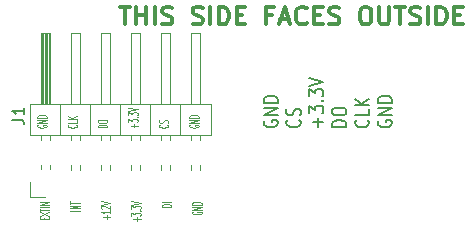
<source format=gto>
G04 #@! TF.GenerationSoftware,KiCad,Pcbnew,7.0.7*
G04 #@! TF.CreationDate,2024-03-03T16:13:36-05:00*
G04 #@! TF.ProjectId,Gamecube_SP1,47616d65-6375-4626-955f-5350312e6b69,rev?*
G04 #@! TF.SameCoordinates,Original*
G04 #@! TF.FileFunction,Legend,Top*
G04 #@! TF.FilePolarity,Positive*
%FSLAX46Y46*%
G04 Gerber Fmt 4.6, Leading zero omitted, Abs format (unit mm)*
G04 Created by KiCad (PCBNEW 7.0.7) date 2024-03-03 16:13:36*
%MOMM*%
%LPD*%
G01*
G04 APERTURE LIST*
%ADD10C,0.100000*%
%ADD11C,0.300000*%
%ADD12C,0.150000*%
%ADD13C,0.120000*%
%ADD14R,1.700000X1.700000*%
%ADD15O,1.700000X1.700000*%
%ADD16R,1.500000X7.000000*%
G04 APERTURE END LIST*
D10*
X71446309Y-111389449D02*
X71408214Y-111427544D01*
X71408214Y-111427544D02*
X71408214Y-111484687D01*
X71408214Y-111484687D02*
X71446309Y-111541830D01*
X71446309Y-111541830D02*
X71522499Y-111579925D01*
X71522499Y-111579925D02*
X71598690Y-111598972D01*
X71598690Y-111598972D02*
X71751071Y-111618020D01*
X71751071Y-111618020D02*
X71865357Y-111618020D01*
X71865357Y-111618020D02*
X72017738Y-111598972D01*
X72017738Y-111598972D02*
X72093928Y-111579925D01*
X72093928Y-111579925D02*
X72170119Y-111541830D01*
X72170119Y-111541830D02*
X72208214Y-111484687D01*
X72208214Y-111484687D02*
X72208214Y-111446591D01*
X72208214Y-111446591D02*
X72170119Y-111389449D01*
X72170119Y-111389449D02*
X72132023Y-111370401D01*
X72132023Y-111370401D02*
X71865357Y-111370401D01*
X71865357Y-111370401D02*
X71865357Y-111446591D01*
X72208214Y-111198972D02*
X71408214Y-111198972D01*
X71408214Y-111198972D02*
X72208214Y-110970401D01*
X72208214Y-110970401D02*
X71408214Y-110970401D01*
X72208214Y-110779924D02*
X71408214Y-110779924D01*
X71408214Y-110779924D02*
X71408214Y-110684686D01*
X71408214Y-110684686D02*
X71446309Y-110627543D01*
X71446309Y-110627543D02*
X71522499Y-110589448D01*
X71522499Y-110589448D02*
X71598690Y-110570401D01*
X71598690Y-110570401D02*
X71751071Y-110551353D01*
X71751071Y-110551353D02*
X71865357Y-110551353D01*
X71865357Y-110551353D02*
X72017738Y-110570401D01*
X72017738Y-110570401D02*
X72093928Y-110589448D01*
X72093928Y-110589448D02*
X72170119Y-110627543D01*
X72170119Y-110627543D02*
X72208214Y-110684686D01*
X72208214Y-110684686D02*
X72208214Y-110779924D01*
X74708023Y-111370401D02*
X74746119Y-111389449D01*
X74746119Y-111389449D02*
X74784214Y-111446591D01*
X74784214Y-111446591D02*
X74784214Y-111484687D01*
X74784214Y-111484687D02*
X74746119Y-111541830D01*
X74746119Y-111541830D02*
X74669928Y-111579925D01*
X74669928Y-111579925D02*
X74593738Y-111598972D01*
X74593738Y-111598972D02*
X74441357Y-111618020D01*
X74441357Y-111618020D02*
X74327071Y-111618020D01*
X74327071Y-111618020D02*
X74174690Y-111598972D01*
X74174690Y-111598972D02*
X74098499Y-111579925D01*
X74098499Y-111579925D02*
X74022309Y-111541830D01*
X74022309Y-111541830D02*
X73984214Y-111484687D01*
X73984214Y-111484687D02*
X73984214Y-111446591D01*
X73984214Y-111446591D02*
X74022309Y-111389449D01*
X74022309Y-111389449D02*
X74060404Y-111370401D01*
X74784214Y-111008496D02*
X74784214Y-111198972D01*
X74784214Y-111198972D02*
X73984214Y-111198972D01*
X74784214Y-110875162D02*
X73984214Y-110875162D01*
X74784214Y-110646591D02*
X74327071Y-110818020D01*
X73984214Y-110646591D02*
X74441357Y-110875162D01*
X77360214Y-111598972D02*
X76560214Y-111598972D01*
X76560214Y-111598972D02*
X76560214Y-111503734D01*
X76560214Y-111503734D02*
X76598309Y-111446591D01*
X76598309Y-111446591D02*
X76674499Y-111408496D01*
X76674499Y-111408496D02*
X76750690Y-111389449D01*
X76750690Y-111389449D02*
X76903071Y-111370401D01*
X76903071Y-111370401D02*
X77017357Y-111370401D01*
X77017357Y-111370401D02*
X77169738Y-111389449D01*
X77169738Y-111389449D02*
X77245928Y-111408496D01*
X77245928Y-111408496D02*
X77322119Y-111446591D01*
X77322119Y-111446591D02*
X77360214Y-111503734D01*
X77360214Y-111503734D02*
X77360214Y-111598972D01*
X76560214Y-111122782D02*
X76560214Y-111046591D01*
X76560214Y-111046591D02*
X76598309Y-111008496D01*
X76598309Y-111008496D02*
X76674499Y-110970401D01*
X76674499Y-110970401D02*
X76826880Y-110951353D01*
X76826880Y-110951353D02*
X77093547Y-110951353D01*
X77093547Y-110951353D02*
X77245928Y-110970401D01*
X77245928Y-110970401D02*
X77322119Y-111008496D01*
X77322119Y-111008496D02*
X77360214Y-111046591D01*
X77360214Y-111046591D02*
X77360214Y-111122782D01*
X77360214Y-111122782D02*
X77322119Y-111160877D01*
X77322119Y-111160877D02*
X77245928Y-111198972D01*
X77245928Y-111198972D02*
X77093547Y-111218020D01*
X77093547Y-111218020D02*
X76826880Y-111218020D01*
X76826880Y-111218020D02*
X76674499Y-111198972D01*
X76674499Y-111198972D02*
X76598309Y-111160877D01*
X76598309Y-111160877D02*
X76560214Y-111122782D01*
X79631452Y-111598972D02*
X79631452Y-111294211D01*
X79936214Y-111446591D02*
X79326690Y-111446591D01*
X79136214Y-111141830D02*
X79136214Y-110894211D01*
X79136214Y-110894211D02*
X79440976Y-111027544D01*
X79440976Y-111027544D02*
X79440976Y-110970401D01*
X79440976Y-110970401D02*
X79479071Y-110932306D01*
X79479071Y-110932306D02*
X79517166Y-110913258D01*
X79517166Y-110913258D02*
X79593357Y-110894211D01*
X79593357Y-110894211D02*
X79783833Y-110894211D01*
X79783833Y-110894211D02*
X79860023Y-110913258D01*
X79860023Y-110913258D02*
X79898119Y-110932306D01*
X79898119Y-110932306D02*
X79936214Y-110970401D01*
X79936214Y-110970401D02*
X79936214Y-111084687D01*
X79936214Y-111084687D02*
X79898119Y-111122782D01*
X79898119Y-111122782D02*
X79860023Y-111141830D01*
X79860023Y-110722782D02*
X79898119Y-110703735D01*
X79898119Y-110703735D02*
X79936214Y-110722782D01*
X79936214Y-110722782D02*
X79898119Y-110741830D01*
X79898119Y-110741830D02*
X79860023Y-110722782D01*
X79860023Y-110722782D02*
X79936214Y-110722782D01*
X79136214Y-110570402D02*
X79136214Y-110322783D01*
X79136214Y-110322783D02*
X79440976Y-110456116D01*
X79440976Y-110456116D02*
X79440976Y-110398973D01*
X79440976Y-110398973D02*
X79479071Y-110360878D01*
X79479071Y-110360878D02*
X79517166Y-110341830D01*
X79517166Y-110341830D02*
X79593357Y-110322783D01*
X79593357Y-110322783D02*
X79783833Y-110322783D01*
X79783833Y-110322783D02*
X79860023Y-110341830D01*
X79860023Y-110341830D02*
X79898119Y-110360878D01*
X79898119Y-110360878D02*
X79936214Y-110398973D01*
X79936214Y-110398973D02*
X79936214Y-110513259D01*
X79936214Y-110513259D02*
X79898119Y-110551354D01*
X79898119Y-110551354D02*
X79860023Y-110570402D01*
X79136214Y-110208497D02*
X79936214Y-110075164D01*
X79936214Y-110075164D02*
X79136214Y-109941831D01*
X82436023Y-111370401D02*
X82474119Y-111389449D01*
X82474119Y-111389449D02*
X82512214Y-111446591D01*
X82512214Y-111446591D02*
X82512214Y-111484687D01*
X82512214Y-111484687D02*
X82474119Y-111541830D01*
X82474119Y-111541830D02*
X82397928Y-111579925D01*
X82397928Y-111579925D02*
X82321738Y-111598972D01*
X82321738Y-111598972D02*
X82169357Y-111618020D01*
X82169357Y-111618020D02*
X82055071Y-111618020D01*
X82055071Y-111618020D02*
X81902690Y-111598972D01*
X81902690Y-111598972D02*
X81826499Y-111579925D01*
X81826499Y-111579925D02*
X81750309Y-111541830D01*
X81750309Y-111541830D02*
X81712214Y-111484687D01*
X81712214Y-111484687D02*
X81712214Y-111446591D01*
X81712214Y-111446591D02*
X81750309Y-111389449D01*
X81750309Y-111389449D02*
X81788404Y-111370401D01*
X82474119Y-111218020D02*
X82512214Y-111160877D01*
X82512214Y-111160877D02*
X82512214Y-111065639D01*
X82512214Y-111065639D02*
X82474119Y-111027544D01*
X82474119Y-111027544D02*
X82436023Y-111008496D01*
X82436023Y-111008496D02*
X82359833Y-110989449D01*
X82359833Y-110989449D02*
X82283642Y-110989449D01*
X82283642Y-110989449D02*
X82207452Y-111008496D01*
X82207452Y-111008496D02*
X82169357Y-111027544D01*
X82169357Y-111027544D02*
X82131261Y-111065639D01*
X82131261Y-111065639D02*
X82093166Y-111141830D01*
X82093166Y-111141830D02*
X82055071Y-111179925D01*
X82055071Y-111179925D02*
X82016976Y-111198972D01*
X82016976Y-111198972D02*
X81940785Y-111218020D01*
X81940785Y-111218020D02*
X81864595Y-111218020D01*
X81864595Y-111218020D02*
X81788404Y-111198972D01*
X81788404Y-111198972D02*
X81750309Y-111179925D01*
X81750309Y-111179925D02*
X81712214Y-111141830D01*
X81712214Y-111141830D02*
X81712214Y-111046591D01*
X81712214Y-111046591D02*
X81750309Y-110989449D01*
X84326309Y-111389449D02*
X84288214Y-111427544D01*
X84288214Y-111427544D02*
X84288214Y-111484687D01*
X84288214Y-111484687D02*
X84326309Y-111541830D01*
X84326309Y-111541830D02*
X84402499Y-111579925D01*
X84402499Y-111579925D02*
X84478690Y-111598972D01*
X84478690Y-111598972D02*
X84631071Y-111618020D01*
X84631071Y-111618020D02*
X84745357Y-111618020D01*
X84745357Y-111618020D02*
X84897738Y-111598972D01*
X84897738Y-111598972D02*
X84973928Y-111579925D01*
X84973928Y-111579925D02*
X85050119Y-111541830D01*
X85050119Y-111541830D02*
X85088214Y-111484687D01*
X85088214Y-111484687D02*
X85088214Y-111446591D01*
X85088214Y-111446591D02*
X85050119Y-111389449D01*
X85050119Y-111389449D02*
X85012023Y-111370401D01*
X85012023Y-111370401D02*
X84745357Y-111370401D01*
X84745357Y-111370401D02*
X84745357Y-111446591D01*
X85088214Y-111198972D02*
X84288214Y-111198972D01*
X84288214Y-111198972D02*
X85088214Y-110970401D01*
X85088214Y-110970401D02*
X84288214Y-110970401D01*
X85088214Y-110779924D02*
X84288214Y-110779924D01*
X84288214Y-110779924D02*
X84288214Y-110684686D01*
X84288214Y-110684686D02*
X84326309Y-110627543D01*
X84326309Y-110627543D02*
X84402499Y-110589448D01*
X84402499Y-110589448D02*
X84478690Y-110570401D01*
X84478690Y-110570401D02*
X84631071Y-110551353D01*
X84631071Y-110551353D02*
X84745357Y-110551353D01*
X84745357Y-110551353D02*
X84897738Y-110570401D01*
X84897738Y-110570401D02*
X84973928Y-110589448D01*
X84973928Y-110589448D02*
X85050119Y-110627543D01*
X85050119Y-110627543D02*
X85088214Y-110684686D01*
X85088214Y-110684686D02*
X85088214Y-110779924D01*
D11*
X78428572Y-101378328D02*
X79285715Y-101378328D01*
X78857143Y-102878328D02*
X78857143Y-101378328D01*
X79785714Y-102878328D02*
X79785714Y-101378328D01*
X79785714Y-102092614D02*
X80642857Y-102092614D01*
X80642857Y-102878328D02*
X80642857Y-101378328D01*
X81357143Y-102878328D02*
X81357143Y-101378328D01*
X82000001Y-102806900D02*
X82214287Y-102878328D01*
X82214287Y-102878328D02*
X82571429Y-102878328D01*
X82571429Y-102878328D02*
X82714287Y-102806900D01*
X82714287Y-102806900D02*
X82785715Y-102735471D01*
X82785715Y-102735471D02*
X82857144Y-102592614D01*
X82857144Y-102592614D02*
X82857144Y-102449757D01*
X82857144Y-102449757D02*
X82785715Y-102306900D01*
X82785715Y-102306900D02*
X82714287Y-102235471D01*
X82714287Y-102235471D02*
X82571429Y-102164042D01*
X82571429Y-102164042D02*
X82285715Y-102092614D01*
X82285715Y-102092614D02*
X82142858Y-102021185D01*
X82142858Y-102021185D02*
X82071429Y-101949757D01*
X82071429Y-101949757D02*
X82000001Y-101806900D01*
X82000001Y-101806900D02*
X82000001Y-101664042D01*
X82000001Y-101664042D02*
X82071429Y-101521185D01*
X82071429Y-101521185D02*
X82142858Y-101449757D01*
X82142858Y-101449757D02*
X82285715Y-101378328D01*
X82285715Y-101378328D02*
X82642858Y-101378328D01*
X82642858Y-101378328D02*
X82857144Y-101449757D01*
X84571429Y-102806900D02*
X84785715Y-102878328D01*
X84785715Y-102878328D02*
X85142857Y-102878328D01*
X85142857Y-102878328D02*
X85285715Y-102806900D01*
X85285715Y-102806900D02*
X85357143Y-102735471D01*
X85357143Y-102735471D02*
X85428572Y-102592614D01*
X85428572Y-102592614D02*
X85428572Y-102449757D01*
X85428572Y-102449757D02*
X85357143Y-102306900D01*
X85357143Y-102306900D02*
X85285715Y-102235471D01*
X85285715Y-102235471D02*
X85142857Y-102164042D01*
X85142857Y-102164042D02*
X84857143Y-102092614D01*
X84857143Y-102092614D02*
X84714286Y-102021185D01*
X84714286Y-102021185D02*
X84642857Y-101949757D01*
X84642857Y-101949757D02*
X84571429Y-101806900D01*
X84571429Y-101806900D02*
X84571429Y-101664042D01*
X84571429Y-101664042D02*
X84642857Y-101521185D01*
X84642857Y-101521185D02*
X84714286Y-101449757D01*
X84714286Y-101449757D02*
X84857143Y-101378328D01*
X84857143Y-101378328D02*
X85214286Y-101378328D01*
X85214286Y-101378328D02*
X85428572Y-101449757D01*
X86071428Y-102878328D02*
X86071428Y-101378328D01*
X86785714Y-102878328D02*
X86785714Y-101378328D01*
X86785714Y-101378328D02*
X87142857Y-101378328D01*
X87142857Y-101378328D02*
X87357143Y-101449757D01*
X87357143Y-101449757D02*
X87500000Y-101592614D01*
X87500000Y-101592614D02*
X87571429Y-101735471D01*
X87571429Y-101735471D02*
X87642857Y-102021185D01*
X87642857Y-102021185D02*
X87642857Y-102235471D01*
X87642857Y-102235471D02*
X87571429Y-102521185D01*
X87571429Y-102521185D02*
X87500000Y-102664042D01*
X87500000Y-102664042D02*
X87357143Y-102806900D01*
X87357143Y-102806900D02*
X87142857Y-102878328D01*
X87142857Y-102878328D02*
X86785714Y-102878328D01*
X88285714Y-102092614D02*
X88785714Y-102092614D01*
X89000000Y-102878328D02*
X88285714Y-102878328D01*
X88285714Y-102878328D02*
X88285714Y-101378328D01*
X88285714Y-101378328D02*
X89000000Y-101378328D01*
X91285714Y-102092614D02*
X90785714Y-102092614D01*
X90785714Y-102878328D02*
X90785714Y-101378328D01*
X90785714Y-101378328D02*
X91500000Y-101378328D01*
X92000000Y-102449757D02*
X92714286Y-102449757D01*
X91857143Y-102878328D02*
X92357143Y-101378328D01*
X92357143Y-101378328D02*
X92857143Y-102878328D01*
X94214285Y-102735471D02*
X94142857Y-102806900D01*
X94142857Y-102806900D02*
X93928571Y-102878328D01*
X93928571Y-102878328D02*
X93785714Y-102878328D01*
X93785714Y-102878328D02*
X93571428Y-102806900D01*
X93571428Y-102806900D02*
X93428571Y-102664042D01*
X93428571Y-102664042D02*
X93357142Y-102521185D01*
X93357142Y-102521185D02*
X93285714Y-102235471D01*
X93285714Y-102235471D02*
X93285714Y-102021185D01*
X93285714Y-102021185D02*
X93357142Y-101735471D01*
X93357142Y-101735471D02*
X93428571Y-101592614D01*
X93428571Y-101592614D02*
X93571428Y-101449757D01*
X93571428Y-101449757D02*
X93785714Y-101378328D01*
X93785714Y-101378328D02*
X93928571Y-101378328D01*
X93928571Y-101378328D02*
X94142857Y-101449757D01*
X94142857Y-101449757D02*
X94214285Y-101521185D01*
X94857142Y-102092614D02*
X95357142Y-102092614D01*
X95571428Y-102878328D02*
X94857142Y-102878328D01*
X94857142Y-102878328D02*
X94857142Y-101378328D01*
X94857142Y-101378328D02*
X95571428Y-101378328D01*
X96142857Y-102806900D02*
X96357143Y-102878328D01*
X96357143Y-102878328D02*
X96714285Y-102878328D01*
X96714285Y-102878328D02*
X96857143Y-102806900D01*
X96857143Y-102806900D02*
X96928571Y-102735471D01*
X96928571Y-102735471D02*
X97000000Y-102592614D01*
X97000000Y-102592614D02*
X97000000Y-102449757D01*
X97000000Y-102449757D02*
X96928571Y-102306900D01*
X96928571Y-102306900D02*
X96857143Y-102235471D01*
X96857143Y-102235471D02*
X96714285Y-102164042D01*
X96714285Y-102164042D02*
X96428571Y-102092614D01*
X96428571Y-102092614D02*
X96285714Y-102021185D01*
X96285714Y-102021185D02*
X96214285Y-101949757D01*
X96214285Y-101949757D02*
X96142857Y-101806900D01*
X96142857Y-101806900D02*
X96142857Y-101664042D01*
X96142857Y-101664042D02*
X96214285Y-101521185D01*
X96214285Y-101521185D02*
X96285714Y-101449757D01*
X96285714Y-101449757D02*
X96428571Y-101378328D01*
X96428571Y-101378328D02*
X96785714Y-101378328D01*
X96785714Y-101378328D02*
X97000000Y-101449757D01*
X99071428Y-101378328D02*
X99357142Y-101378328D01*
X99357142Y-101378328D02*
X99499999Y-101449757D01*
X99499999Y-101449757D02*
X99642856Y-101592614D01*
X99642856Y-101592614D02*
X99714285Y-101878328D01*
X99714285Y-101878328D02*
X99714285Y-102378328D01*
X99714285Y-102378328D02*
X99642856Y-102664042D01*
X99642856Y-102664042D02*
X99499999Y-102806900D01*
X99499999Y-102806900D02*
X99357142Y-102878328D01*
X99357142Y-102878328D02*
X99071428Y-102878328D01*
X99071428Y-102878328D02*
X98928571Y-102806900D01*
X98928571Y-102806900D02*
X98785713Y-102664042D01*
X98785713Y-102664042D02*
X98714285Y-102378328D01*
X98714285Y-102378328D02*
X98714285Y-101878328D01*
X98714285Y-101878328D02*
X98785713Y-101592614D01*
X98785713Y-101592614D02*
X98928571Y-101449757D01*
X98928571Y-101449757D02*
X99071428Y-101378328D01*
X100357142Y-101378328D02*
X100357142Y-102592614D01*
X100357142Y-102592614D02*
X100428571Y-102735471D01*
X100428571Y-102735471D02*
X100500000Y-102806900D01*
X100500000Y-102806900D02*
X100642857Y-102878328D01*
X100642857Y-102878328D02*
X100928571Y-102878328D01*
X100928571Y-102878328D02*
X101071428Y-102806900D01*
X101071428Y-102806900D02*
X101142857Y-102735471D01*
X101142857Y-102735471D02*
X101214285Y-102592614D01*
X101214285Y-102592614D02*
X101214285Y-101378328D01*
X101714286Y-101378328D02*
X102571429Y-101378328D01*
X102142857Y-102878328D02*
X102142857Y-101378328D01*
X103000000Y-102806900D02*
X103214286Y-102878328D01*
X103214286Y-102878328D02*
X103571428Y-102878328D01*
X103571428Y-102878328D02*
X103714286Y-102806900D01*
X103714286Y-102806900D02*
X103785714Y-102735471D01*
X103785714Y-102735471D02*
X103857143Y-102592614D01*
X103857143Y-102592614D02*
X103857143Y-102449757D01*
X103857143Y-102449757D02*
X103785714Y-102306900D01*
X103785714Y-102306900D02*
X103714286Y-102235471D01*
X103714286Y-102235471D02*
X103571428Y-102164042D01*
X103571428Y-102164042D02*
X103285714Y-102092614D01*
X103285714Y-102092614D02*
X103142857Y-102021185D01*
X103142857Y-102021185D02*
X103071428Y-101949757D01*
X103071428Y-101949757D02*
X103000000Y-101806900D01*
X103000000Y-101806900D02*
X103000000Y-101664042D01*
X103000000Y-101664042D02*
X103071428Y-101521185D01*
X103071428Y-101521185D02*
X103142857Y-101449757D01*
X103142857Y-101449757D02*
X103285714Y-101378328D01*
X103285714Y-101378328D02*
X103642857Y-101378328D01*
X103642857Y-101378328D02*
X103857143Y-101449757D01*
X104499999Y-102878328D02*
X104499999Y-101378328D01*
X105214285Y-102878328D02*
X105214285Y-101378328D01*
X105214285Y-101378328D02*
X105571428Y-101378328D01*
X105571428Y-101378328D02*
X105785714Y-101449757D01*
X105785714Y-101449757D02*
X105928571Y-101592614D01*
X105928571Y-101592614D02*
X106000000Y-101735471D01*
X106000000Y-101735471D02*
X106071428Y-102021185D01*
X106071428Y-102021185D02*
X106071428Y-102235471D01*
X106071428Y-102235471D02*
X106000000Y-102521185D01*
X106000000Y-102521185D02*
X105928571Y-102664042D01*
X105928571Y-102664042D02*
X105785714Y-102806900D01*
X105785714Y-102806900D02*
X105571428Y-102878328D01*
X105571428Y-102878328D02*
X105214285Y-102878328D01*
X106714285Y-102092614D02*
X107214285Y-102092614D01*
X107428571Y-102878328D02*
X106714285Y-102878328D01*
X106714285Y-102878328D02*
X106714285Y-101378328D01*
X106714285Y-101378328D02*
X107428571Y-101378328D01*
D12*
X90642485Y-111014881D02*
X90585342Y-111110119D01*
X90585342Y-111110119D02*
X90585342Y-111252976D01*
X90585342Y-111252976D02*
X90642485Y-111395833D01*
X90642485Y-111395833D02*
X90756771Y-111491071D01*
X90756771Y-111491071D02*
X90871057Y-111538690D01*
X90871057Y-111538690D02*
X91099628Y-111586309D01*
X91099628Y-111586309D02*
X91271057Y-111586309D01*
X91271057Y-111586309D02*
X91499628Y-111538690D01*
X91499628Y-111538690D02*
X91613914Y-111491071D01*
X91613914Y-111491071D02*
X91728200Y-111395833D01*
X91728200Y-111395833D02*
X91785342Y-111252976D01*
X91785342Y-111252976D02*
X91785342Y-111157738D01*
X91785342Y-111157738D02*
X91728200Y-111014881D01*
X91728200Y-111014881D02*
X91671057Y-110967262D01*
X91671057Y-110967262D02*
X91271057Y-110967262D01*
X91271057Y-110967262D02*
X91271057Y-111157738D01*
X91785342Y-110538690D02*
X90585342Y-110538690D01*
X90585342Y-110538690D02*
X91785342Y-109967262D01*
X91785342Y-109967262D02*
X90585342Y-109967262D01*
X91785342Y-109491071D02*
X90585342Y-109491071D01*
X90585342Y-109491071D02*
X90585342Y-109252976D01*
X90585342Y-109252976D02*
X90642485Y-109110119D01*
X90642485Y-109110119D02*
X90756771Y-109014881D01*
X90756771Y-109014881D02*
X90871057Y-108967262D01*
X90871057Y-108967262D02*
X91099628Y-108919643D01*
X91099628Y-108919643D02*
X91271057Y-108919643D01*
X91271057Y-108919643D02*
X91499628Y-108967262D01*
X91499628Y-108967262D02*
X91613914Y-109014881D01*
X91613914Y-109014881D02*
X91728200Y-109110119D01*
X91728200Y-109110119D02*
X91785342Y-109252976D01*
X91785342Y-109252976D02*
X91785342Y-109491071D01*
X93603057Y-110967262D02*
X93660200Y-111014881D01*
X93660200Y-111014881D02*
X93717342Y-111157738D01*
X93717342Y-111157738D02*
X93717342Y-111252976D01*
X93717342Y-111252976D02*
X93660200Y-111395833D01*
X93660200Y-111395833D02*
X93545914Y-111491071D01*
X93545914Y-111491071D02*
X93431628Y-111538690D01*
X93431628Y-111538690D02*
X93203057Y-111586309D01*
X93203057Y-111586309D02*
X93031628Y-111586309D01*
X93031628Y-111586309D02*
X92803057Y-111538690D01*
X92803057Y-111538690D02*
X92688771Y-111491071D01*
X92688771Y-111491071D02*
X92574485Y-111395833D01*
X92574485Y-111395833D02*
X92517342Y-111252976D01*
X92517342Y-111252976D02*
X92517342Y-111157738D01*
X92517342Y-111157738D02*
X92574485Y-111014881D01*
X92574485Y-111014881D02*
X92631628Y-110967262D01*
X93660200Y-110586309D02*
X93717342Y-110443452D01*
X93717342Y-110443452D02*
X93717342Y-110205357D01*
X93717342Y-110205357D02*
X93660200Y-110110119D01*
X93660200Y-110110119D02*
X93603057Y-110062500D01*
X93603057Y-110062500D02*
X93488771Y-110014881D01*
X93488771Y-110014881D02*
X93374485Y-110014881D01*
X93374485Y-110014881D02*
X93260200Y-110062500D01*
X93260200Y-110062500D02*
X93203057Y-110110119D01*
X93203057Y-110110119D02*
X93145914Y-110205357D01*
X93145914Y-110205357D02*
X93088771Y-110395833D01*
X93088771Y-110395833D02*
X93031628Y-110491071D01*
X93031628Y-110491071D02*
X92974485Y-110538690D01*
X92974485Y-110538690D02*
X92860200Y-110586309D01*
X92860200Y-110586309D02*
X92745914Y-110586309D01*
X92745914Y-110586309D02*
X92631628Y-110538690D01*
X92631628Y-110538690D02*
X92574485Y-110491071D01*
X92574485Y-110491071D02*
X92517342Y-110395833D01*
X92517342Y-110395833D02*
X92517342Y-110157738D01*
X92517342Y-110157738D02*
X92574485Y-110014881D01*
X95192200Y-111538690D02*
X95192200Y-110776786D01*
X95649342Y-111157738D02*
X94735057Y-111157738D01*
X94449342Y-110395833D02*
X94449342Y-109776786D01*
X94449342Y-109776786D02*
X94906485Y-110110119D01*
X94906485Y-110110119D02*
X94906485Y-109967262D01*
X94906485Y-109967262D02*
X94963628Y-109872024D01*
X94963628Y-109872024D02*
X95020771Y-109824405D01*
X95020771Y-109824405D02*
X95135057Y-109776786D01*
X95135057Y-109776786D02*
X95420771Y-109776786D01*
X95420771Y-109776786D02*
X95535057Y-109824405D01*
X95535057Y-109824405D02*
X95592200Y-109872024D01*
X95592200Y-109872024D02*
X95649342Y-109967262D01*
X95649342Y-109967262D02*
X95649342Y-110252976D01*
X95649342Y-110252976D02*
X95592200Y-110348214D01*
X95592200Y-110348214D02*
X95535057Y-110395833D01*
X95535057Y-109348214D02*
X95592200Y-109300595D01*
X95592200Y-109300595D02*
X95649342Y-109348214D01*
X95649342Y-109348214D02*
X95592200Y-109395833D01*
X95592200Y-109395833D02*
X95535057Y-109348214D01*
X95535057Y-109348214D02*
X95649342Y-109348214D01*
X94449342Y-108967262D02*
X94449342Y-108348215D01*
X94449342Y-108348215D02*
X94906485Y-108681548D01*
X94906485Y-108681548D02*
X94906485Y-108538691D01*
X94906485Y-108538691D02*
X94963628Y-108443453D01*
X94963628Y-108443453D02*
X95020771Y-108395834D01*
X95020771Y-108395834D02*
X95135057Y-108348215D01*
X95135057Y-108348215D02*
X95420771Y-108348215D01*
X95420771Y-108348215D02*
X95535057Y-108395834D01*
X95535057Y-108395834D02*
X95592200Y-108443453D01*
X95592200Y-108443453D02*
X95649342Y-108538691D01*
X95649342Y-108538691D02*
X95649342Y-108824405D01*
X95649342Y-108824405D02*
X95592200Y-108919643D01*
X95592200Y-108919643D02*
X95535057Y-108967262D01*
X94449342Y-108062500D02*
X95649342Y-107729167D01*
X95649342Y-107729167D02*
X94449342Y-107395834D01*
X97581342Y-111538690D02*
X96381342Y-111538690D01*
X96381342Y-111538690D02*
X96381342Y-111300595D01*
X96381342Y-111300595D02*
X96438485Y-111157738D01*
X96438485Y-111157738D02*
X96552771Y-111062500D01*
X96552771Y-111062500D02*
X96667057Y-111014881D01*
X96667057Y-111014881D02*
X96895628Y-110967262D01*
X96895628Y-110967262D02*
X97067057Y-110967262D01*
X97067057Y-110967262D02*
X97295628Y-111014881D01*
X97295628Y-111014881D02*
X97409914Y-111062500D01*
X97409914Y-111062500D02*
X97524200Y-111157738D01*
X97524200Y-111157738D02*
X97581342Y-111300595D01*
X97581342Y-111300595D02*
X97581342Y-111538690D01*
X96381342Y-110348214D02*
X96381342Y-110157738D01*
X96381342Y-110157738D02*
X96438485Y-110062500D01*
X96438485Y-110062500D02*
X96552771Y-109967262D01*
X96552771Y-109967262D02*
X96781342Y-109919643D01*
X96781342Y-109919643D02*
X97181342Y-109919643D01*
X97181342Y-109919643D02*
X97409914Y-109967262D01*
X97409914Y-109967262D02*
X97524200Y-110062500D01*
X97524200Y-110062500D02*
X97581342Y-110157738D01*
X97581342Y-110157738D02*
X97581342Y-110348214D01*
X97581342Y-110348214D02*
X97524200Y-110443452D01*
X97524200Y-110443452D02*
X97409914Y-110538690D01*
X97409914Y-110538690D02*
X97181342Y-110586309D01*
X97181342Y-110586309D02*
X96781342Y-110586309D01*
X96781342Y-110586309D02*
X96552771Y-110538690D01*
X96552771Y-110538690D02*
X96438485Y-110443452D01*
X96438485Y-110443452D02*
X96381342Y-110348214D01*
X99399057Y-110967262D02*
X99456200Y-111014881D01*
X99456200Y-111014881D02*
X99513342Y-111157738D01*
X99513342Y-111157738D02*
X99513342Y-111252976D01*
X99513342Y-111252976D02*
X99456200Y-111395833D01*
X99456200Y-111395833D02*
X99341914Y-111491071D01*
X99341914Y-111491071D02*
X99227628Y-111538690D01*
X99227628Y-111538690D02*
X98999057Y-111586309D01*
X98999057Y-111586309D02*
X98827628Y-111586309D01*
X98827628Y-111586309D02*
X98599057Y-111538690D01*
X98599057Y-111538690D02*
X98484771Y-111491071D01*
X98484771Y-111491071D02*
X98370485Y-111395833D01*
X98370485Y-111395833D02*
X98313342Y-111252976D01*
X98313342Y-111252976D02*
X98313342Y-111157738D01*
X98313342Y-111157738D02*
X98370485Y-111014881D01*
X98370485Y-111014881D02*
X98427628Y-110967262D01*
X99513342Y-110062500D02*
X99513342Y-110538690D01*
X99513342Y-110538690D02*
X98313342Y-110538690D01*
X99513342Y-109729166D02*
X98313342Y-109729166D01*
X99513342Y-109157738D02*
X98827628Y-109586309D01*
X98313342Y-109157738D02*
X98999057Y-109729166D01*
X100302485Y-111014881D02*
X100245342Y-111110119D01*
X100245342Y-111110119D02*
X100245342Y-111252976D01*
X100245342Y-111252976D02*
X100302485Y-111395833D01*
X100302485Y-111395833D02*
X100416771Y-111491071D01*
X100416771Y-111491071D02*
X100531057Y-111538690D01*
X100531057Y-111538690D02*
X100759628Y-111586309D01*
X100759628Y-111586309D02*
X100931057Y-111586309D01*
X100931057Y-111586309D02*
X101159628Y-111538690D01*
X101159628Y-111538690D02*
X101273914Y-111491071D01*
X101273914Y-111491071D02*
X101388200Y-111395833D01*
X101388200Y-111395833D02*
X101445342Y-111252976D01*
X101445342Y-111252976D02*
X101445342Y-111157738D01*
X101445342Y-111157738D02*
X101388200Y-111014881D01*
X101388200Y-111014881D02*
X101331057Y-110967262D01*
X101331057Y-110967262D02*
X100931057Y-110967262D01*
X100931057Y-110967262D02*
X100931057Y-111157738D01*
X101445342Y-110538690D02*
X100245342Y-110538690D01*
X100245342Y-110538690D02*
X101445342Y-109967262D01*
X101445342Y-109967262D02*
X100245342Y-109967262D01*
X101445342Y-109491071D02*
X100245342Y-109491071D01*
X100245342Y-109491071D02*
X100245342Y-109252976D01*
X100245342Y-109252976D02*
X100302485Y-109110119D01*
X100302485Y-109110119D02*
X100416771Y-109014881D01*
X100416771Y-109014881D02*
X100531057Y-108967262D01*
X100531057Y-108967262D02*
X100759628Y-108919643D01*
X100759628Y-108919643D02*
X100931057Y-108919643D01*
X100931057Y-108919643D02*
X101159628Y-108967262D01*
X101159628Y-108967262D02*
X101273914Y-109014881D01*
X101273914Y-109014881D02*
X101388200Y-109110119D01*
X101388200Y-109110119D02*
X101445342Y-109252976D01*
X101445342Y-109252976D02*
X101445342Y-109491071D01*
D10*
X72026828Y-119388245D02*
X72026828Y-119254912D01*
X72445876Y-119197769D02*
X72445876Y-119388245D01*
X72445876Y-119388245D02*
X71645876Y-119388245D01*
X71645876Y-119388245D02*
X71645876Y-119197769D01*
X71645876Y-119064436D02*
X72445876Y-118797769D01*
X71645876Y-118797769D02*
X72445876Y-119064436D01*
X71645876Y-118702531D02*
X71645876Y-118473960D01*
X72445876Y-118588246D02*
X71645876Y-118588246D01*
X72445876Y-118340626D02*
X71645876Y-118340626D01*
X72445876Y-118150150D02*
X71645876Y-118150150D01*
X71645876Y-118150150D02*
X72445876Y-117921579D01*
X72445876Y-117921579D02*
X71645876Y-117921579D01*
X75021876Y-118645388D02*
X74221876Y-118645388D01*
X75021876Y-118454912D02*
X74221876Y-118454912D01*
X74221876Y-118454912D02*
X75021876Y-118226341D01*
X75021876Y-118226341D02*
X74221876Y-118226341D01*
X74221876Y-118093007D02*
X74221876Y-117864436D01*
X75021876Y-117978722D02*
X74221876Y-117978722D01*
X77293114Y-119331101D02*
X77293114Y-119026340D01*
X77597876Y-119178720D02*
X76988352Y-119178720D01*
X77597876Y-118626340D02*
X77597876Y-118854911D01*
X77597876Y-118740625D02*
X76797876Y-118740625D01*
X76797876Y-118740625D02*
X76912161Y-118778721D01*
X76912161Y-118778721D02*
X76988352Y-118816816D01*
X76988352Y-118816816D02*
X77026447Y-118854911D01*
X76874066Y-118473959D02*
X76835971Y-118454911D01*
X76835971Y-118454911D02*
X76797876Y-118416816D01*
X76797876Y-118416816D02*
X76797876Y-118321578D01*
X76797876Y-118321578D02*
X76835971Y-118283483D01*
X76835971Y-118283483D02*
X76874066Y-118264435D01*
X76874066Y-118264435D02*
X76950257Y-118245388D01*
X76950257Y-118245388D02*
X77026447Y-118245388D01*
X77026447Y-118245388D02*
X77140733Y-118264435D01*
X77140733Y-118264435D02*
X77597876Y-118493007D01*
X77597876Y-118493007D02*
X77597876Y-118245388D01*
X76797876Y-118131102D02*
X77597876Y-117997769D01*
X77597876Y-117997769D02*
X76797876Y-117864436D01*
X79869114Y-119521577D02*
X79869114Y-119216816D01*
X80173876Y-119369196D02*
X79564352Y-119369196D01*
X79373876Y-119064435D02*
X79373876Y-118816816D01*
X79373876Y-118816816D02*
X79678638Y-118950149D01*
X79678638Y-118950149D02*
X79678638Y-118893006D01*
X79678638Y-118893006D02*
X79716733Y-118854911D01*
X79716733Y-118854911D02*
X79754828Y-118835863D01*
X79754828Y-118835863D02*
X79831019Y-118816816D01*
X79831019Y-118816816D02*
X80021495Y-118816816D01*
X80021495Y-118816816D02*
X80097685Y-118835863D01*
X80097685Y-118835863D02*
X80135781Y-118854911D01*
X80135781Y-118854911D02*
X80173876Y-118893006D01*
X80173876Y-118893006D02*
X80173876Y-119007292D01*
X80173876Y-119007292D02*
X80135781Y-119045387D01*
X80135781Y-119045387D02*
X80097685Y-119064435D01*
X80097685Y-118645387D02*
X80135781Y-118626340D01*
X80135781Y-118626340D02*
X80173876Y-118645387D01*
X80173876Y-118645387D02*
X80135781Y-118664435D01*
X80135781Y-118664435D02*
X80097685Y-118645387D01*
X80097685Y-118645387D02*
X80173876Y-118645387D01*
X79373876Y-118493007D02*
X79373876Y-118245388D01*
X79373876Y-118245388D02*
X79678638Y-118378721D01*
X79678638Y-118378721D02*
X79678638Y-118321578D01*
X79678638Y-118321578D02*
X79716733Y-118283483D01*
X79716733Y-118283483D02*
X79754828Y-118264435D01*
X79754828Y-118264435D02*
X79831019Y-118245388D01*
X79831019Y-118245388D02*
X80021495Y-118245388D01*
X80021495Y-118245388D02*
X80097685Y-118264435D01*
X80097685Y-118264435D02*
X80135781Y-118283483D01*
X80135781Y-118283483D02*
X80173876Y-118321578D01*
X80173876Y-118321578D02*
X80173876Y-118435864D01*
X80173876Y-118435864D02*
X80135781Y-118473959D01*
X80135781Y-118473959D02*
X80097685Y-118493007D01*
X79373876Y-118131102D02*
X80173876Y-117997769D01*
X80173876Y-117997769D02*
X79373876Y-117864436D01*
X82749876Y-118321578D02*
X81949876Y-118321578D01*
X81949876Y-118321578D02*
X81949876Y-118226340D01*
X81949876Y-118226340D02*
X81987971Y-118169197D01*
X81987971Y-118169197D02*
X82064161Y-118131102D01*
X82064161Y-118131102D02*
X82140352Y-118112055D01*
X82140352Y-118112055D02*
X82292733Y-118093007D01*
X82292733Y-118093007D02*
X82407019Y-118093007D01*
X82407019Y-118093007D02*
X82559400Y-118112055D01*
X82559400Y-118112055D02*
X82635590Y-118131102D01*
X82635590Y-118131102D02*
X82711781Y-118169197D01*
X82711781Y-118169197D02*
X82749876Y-118226340D01*
X82749876Y-118226340D02*
X82749876Y-118321578D01*
X82749876Y-117921578D02*
X81949876Y-117921578D01*
X84563971Y-118740627D02*
X84525876Y-118778722D01*
X84525876Y-118778722D02*
X84525876Y-118835865D01*
X84525876Y-118835865D02*
X84563971Y-118893008D01*
X84563971Y-118893008D02*
X84640161Y-118931103D01*
X84640161Y-118931103D02*
X84716352Y-118950150D01*
X84716352Y-118950150D02*
X84868733Y-118969198D01*
X84868733Y-118969198D02*
X84983019Y-118969198D01*
X84983019Y-118969198D02*
X85135400Y-118950150D01*
X85135400Y-118950150D02*
X85211590Y-118931103D01*
X85211590Y-118931103D02*
X85287781Y-118893008D01*
X85287781Y-118893008D02*
X85325876Y-118835865D01*
X85325876Y-118835865D02*
X85325876Y-118797769D01*
X85325876Y-118797769D02*
X85287781Y-118740627D01*
X85287781Y-118740627D02*
X85249685Y-118721579D01*
X85249685Y-118721579D02*
X84983019Y-118721579D01*
X84983019Y-118721579D02*
X84983019Y-118797769D01*
X85325876Y-118550150D02*
X84525876Y-118550150D01*
X84525876Y-118550150D02*
X85325876Y-118321579D01*
X85325876Y-118321579D02*
X84525876Y-118321579D01*
X85325876Y-118131102D02*
X84525876Y-118131102D01*
X84525876Y-118131102D02*
X84525876Y-118035864D01*
X84525876Y-118035864D02*
X84563971Y-117978721D01*
X84563971Y-117978721D02*
X84640161Y-117940626D01*
X84640161Y-117940626D02*
X84716352Y-117921579D01*
X84716352Y-117921579D02*
X84868733Y-117902531D01*
X84868733Y-117902531D02*
X84983019Y-117902531D01*
X84983019Y-117902531D02*
X85135400Y-117921579D01*
X85135400Y-117921579D02*
X85211590Y-117940626D01*
X85211590Y-117940626D02*
X85287781Y-117978721D01*
X85287781Y-117978721D02*
X85325876Y-118035864D01*
X85325876Y-118035864D02*
X85325876Y-118131102D01*
D12*
X69296138Y-110929670D02*
X70010423Y-110929670D01*
X70010423Y-110929670D02*
X70153280Y-110977289D01*
X70153280Y-110977289D02*
X70248519Y-111072527D01*
X70248519Y-111072527D02*
X70296138Y-111215384D01*
X70296138Y-111215384D02*
X70296138Y-111310622D01*
X70296138Y-109929670D02*
X70296138Y-110501098D01*
X70296138Y-110215384D02*
X69296138Y-110215384D01*
X69296138Y-110215384D02*
X69438995Y-110310622D01*
X69438995Y-110310622D02*
X69534233Y-110405860D01*
X69534233Y-110405860D02*
X69581852Y-110501098D01*
D13*
X70841319Y-117521337D02*
X70841319Y-116251337D01*
X72111319Y-117521337D02*
X70841319Y-117521337D01*
X74271319Y-115208408D02*
X74271319Y-114754266D01*
X75031319Y-115208408D02*
X75031319Y-114754266D01*
X76811319Y-115208408D02*
X76811319Y-114754266D01*
X77571319Y-115208408D02*
X77571319Y-114754266D01*
X79351319Y-115208408D02*
X79351319Y-114754266D01*
X80111319Y-115208408D02*
X80111319Y-114754266D01*
X81891319Y-115208408D02*
X81891319Y-114754266D01*
X82651319Y-115208408D02*
X82651319Y-114754266D01*
X84431319Y-115208408D02*
X84431319Y-114754266D01*
X85191319Y-115208408D02*
X85191319Y-114754266D01*
X71731319Y-115141337D02*
X71731319Y-114754266D01*
X72491319Y-115141337D02*
X72491319Y-114754266D01*
X71731319Y-112668408D02*
X71731319Y-112271337D01*
X72491319Y-112668408D02*
X72491319Y-112271337D01*
X74271319Y-112668408D02*
X74271319Y-112271337D01*
X75031319Y-112668408D02*
X75031319Y-112271337D01*
X76811319Y-112668408D02*
X76811319Y-112271337D01*
X77571319Y-112668408D02*
X77571319Y-112271337D01*
X79351319Y-112668408D02*
X79351319Y-112271337D01*
X80111319Y-112668408D02*
X80111319Y-112271337D01*
X81891319Y-112668408D02*
X81891319Y-112271337D01*
X82651319Y-112668408D02*
X82651319Y-112271337D01*
X84431319Y-112668408D02*
X84431319Y-112271337D01*
X85191319Y-112668408D02*
X85191319Y-112271337D01*
X70781319Y-112271337D02*
X86141319Y-112271337D01*
X73381319Y-112271337D02*
X73381319Y-109611337D01*
X75921319Y-112271337D02*
X75921319Y-109611337D01*
X78461319Y-112271337D02*
X78461319Y-109611337D01*
X81001319Y-112271337D02*
X81001319Y-109611337D01*
X83541319Y-112271337D02*
X83541319Y-109611337D01*
X86141319Y-112271337D02*
X86141319Y-109611337D01*
X70781319Y-109611337D02*
X70781319Y-112271337D01*
X71731319Y-109611337D02*
X71731319Y-103611337D01*
X71791319Y-109611337D02*
X71791319Y-103611337D01*
X71911319Y-109611337D02*
X71911319Y-103611337D01*
X72031319Y-109611337D02*
X72031319Y-103611337D01*
X72151319Y-109611337D02*
X72151319Y-103611337D01*
X72271319Y-109611337D02*
X72271319Y-103611337D01*
X72391319Y-109611337D02*
X72391319Y-103611337D01*
X74271319Y-109611337D02*
X74271319Y-103611337D01*
X76811319Y-109611337D02*
X76811319Y-103611337D01*
X79351319Y-109611337D02*
X79351319Y-103611337D01*
X81891319Y-109611337D02*
X81891319Y-103611337D01*
X84431319Y-109611337D02*
X84431319Y-103611337D01*
X86141319Y-109611337D02*
X70781319Y-109611337D01*
X71731319Y-103611337D02*
X72491319Y-103611337D01*
X72491319Y-103611337D02*
X72491319Y-109611337D01*
X74271319Y-103611337D02*
X75031319Y-103611337D01*
X75031319Y-103611337D02*
X75031319Y-109611337D01*
X76811319Y-103611337D02*
X77571319Y-103611337D01*
X77571319Y-103611337D02*
X77571319Y-109611337D01*
X79351319Y-103611337D02*
X80111319Y-103611337D01*
X80111319Y-103611337D02*
X80111319Y-109611337D01*
X81891319Y-103611337D02*
X82651319Y-103611337D01*
X82651319Y-103611337D02*
X82651319Y-109611337D01*
X84431319Y-103611337D02*
X85191319Y-103611337D01*
X85191319Y-103611337D02*
X85191319Y-109611337D01*
%LPC*%
D14*
X72111319Y-116251337D03*
D15*
X72111319Y-113711337D03*
X74651319Y-116251337D03*
X74651319Y-113711337D03*
X77191319Y-116251337D03*
X77191319Y-113711337D03*
X79731319Y-116251337D03*
X79731319Y-113711337D03*
X82271319Y-116251337D03*
X82271319Y-113711337D03*
X84811319Y-116251337D03*
X84811319Y-113711337D03*
D16*
X101064286Y-115900000D03*
X99064286Y-115900000D03*
X97064286Y-115900000D03*
X95064286Y-115900000D03*
X93064286Y-115900000D03*
X91064286Y-115900000D03*
%LPD*%
M02*

</source>
